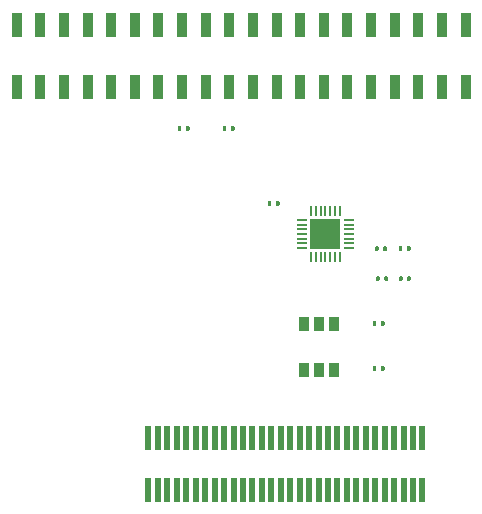
<source format=gbr>
G04 #@! TF.GenerationSoftware,KiCad,Pcbnew,5.0.2-5.fc29*
G04 #@! TF.CreationDate,2019-03-04T17:53:56+05:30*
G04 #@! TF.ProjectId,sx1509,73783135-3039-42e6-9b69-6361645f7063,v0.1*
G04 #@! TF.SameCoordinates,Original*
G04 #@! TF.FileFunction,Paste,Top*
G04 #@! TF.FilePolarity,Positive*
%FSLAX46Y46*%
G04 Gerber Fmt 4.6, Leading zero omitted, Abs format (unit mm)*
G04 Created by KiCad (PCBNEW 5.0.2-5.fc29) date Mon 04 Mar 2019 05:53:56 PM IST*
%MOMM*%
%LPD*%
G01*
G04 APERTURE LIST*
%ADD10R,0.890000X2.100000*%
%ADD11R,0.198120X0.848360*%
%ADD12R,0.848360X0.198120*%
%ADD13R,2.649220X2.649220*%
%ADD14C,0.100000*%
%ADD15C,0.318000*%
%ADD16R,0.500000X2.000000*%
%ADD17R,0.970000X1.270000*%
G04 APERTURE END LIST*
D10*
G04 #@! TO.C,P2*
X148000000Y-101350000D03*
X146000000Y-101350000D03*
X144000000Y-101350000D03*
X142000000Y-101350000D03*
X140000000Y-101350000D03*
X138000000Y-101350000D03*
X136000000Y-101350000D03*
X134000000Y-101350000D03*
X132000000Y-101350000D03*
X130000000Y-101350000D03*
X128000000Y-101350000D03*
X126000000Y-101350000D03*
X124000000Y-101350000D03*
X122000000Y-101350000D03*
X120000000Y-101350000D03*
X118000000Y-101350000D03*
X116000000Y-101350000D03*
X114000000Y-101350000D03*
X148000000Y-106650000D03*
X146000000Y-106650000D03*
X144000000Y-106650000D03*
X142000000Y-106650000D03*
X140000000Y-106650000D03*
X138000000Y-106650000D03*
X136000000Y-106650000D03*
X134000000Y-106650000D03*
X132000000Y-106650000D03*
X130000000Y-106650000D03*
X128000000Y-106650000D03*
X126000000Y-106650000D03*
X124000000Y-106650000D03*
X122000000Y-106650000D03*
X120000000Y-106650000D03*
X118000000Y-106650000D03*
X116000000Y-106650000D03*
X110000000Y-106650000D03*
X110000000Y-101350000D03*
X112000000Y-101350000D03*
X112000000Y-106650000D03*
X114000000Y-106650000D03*
G04 #@! TD*
D11*
G04 #@! TO.C,U1*
X137336880Y-117118420D03*
X136935560Y-117118420D03*
X136536780Y-117118420D03*
X136138000Y-117118420D03*
X135739220Y-117118420D03*
X135340440Y-117118420D03*
X134939120Y-117118420D03*
D12*
X134164420Y-117893120D03*
X134164420Y-118294440D03*
X134164420Y-118693220D03*
X134164420Y-119092000D03*
X134164420Y-119490780D03*
X134164420Y-119889560D03*
X134164420Y-120290880D03*
D11*
X134939120Y-121065580D03*
X135340440Y-121065580D03*
X135739220Y-121065580D03*
X136138000Y-121065580D03*
X136536780Y-121065580D03*
X136935560Y-121065580D03*
X137336880Y-121065580D03*
D12*
X138111580Y-120290880D03*
X138111580Y-119889560D03*
X138111580Y-119490780D03*
X138111580Y-119092000D03*
X138111580Y-118693220D03*
X138111580Y-118294440D03*
X138111580Y-117893120D03*
D13*
X136138000Y-119092000D03*
G04 #@! TD*
D14*
G04 #@! TO.C,C1*
G36*
X131492292Y-116330383D02*
X131500010Y-116331528D01*
X131507578Y-116333423D01*
X131514923Y-116336052D01*
X131521976Y-116339387D01*
X131528668Y-116343398D01*
X131534934Y-116348046D01*
X131540715Y-116353285D01*
X131545954Y-116359066D01*
X131550602Y-116365332D01*
X131554613Y-116372024D01*
X131557948Y-116379077D01*
X131560577Y-116386422D01*
X131562472Y-116393990D01*
X131563617Y-116401708D01*
X131564000Y-116409500D01*
X131564000Y-116610500D01*
X131563617Y-116618292D01*
X131562472Y-116626010D01*
X131560577Y-116633578D01*
X131557948Y-116640923D01*
X131554613Y-116647976D01*
X131550602Y-116654668D01*
X131545954Y-116660934D01*
X131540715Y-116666715D01*
X131534934Y-116671954D01*
X131528668Y-116676602D01*
X131521976Y-116680613D01*
X131514923Y-116683948D01*
X131507578Y-116686577D01*
X131500010Y-116688472D01*
X131492292Y-116689617D01*
X131484500Y-116690000D01*
X131325500Y-116690000D01*
X131317708Y-116689617D01*
X131309990Y-116688472D01*
X131302422Y-116686577D01*
X131295077Y-116683948D01*
X131288024Y-116680613D01*
X131281332Y-116676602D01*
X131275066Y-116671954D01*
X131269285Y-116666715D01*
X131264046Y-116660934D01*
X131259398Y-116654668D01*
X131255387Y-116647976D01*
X131252052Y-116640923D01*
X131249423Y-116633578D01*
X131247528Y-116626010D01*
X131246383Y-116618292D01*
X131246000Y-116610500D01*
X131246000Y-116409500D01*
X131246383Y-116401708D01*
X131247528Y-116393990D01*
X131249423Y-116386422D01*
X131252052Y-116379077D01*
X131255387Y-116372024D01*
X131259398Y-116365332D01*
X131264046Y-116359066D01*
X131269285Y-116353285D01*
X131275066Y-116348046D01*
X131281332Y-116343398D01*
X131288024Y-116339387D01*
X131295077Y-116336052D01*
X131302422Y-116333423D01*
X131309990Y-116331528D01*
X131317708Y-116330383D01*
X131325500Y-116330000D01*
X131484500Y-116330000D01*
X131492292Y-116330383D01*
X131492292Y-116330383D01*
G37*
D15*
X131405000Y-116510000D03*
D14*
G36*
X132182292Y-116330383D02*
X132190010Y-116331528D01*
X132197578Y-116333423D01*
X132204923Y-116336052D01*
X132211976Y-116339387D01*
X132218668Y-116343398D01*
X132224934Y-116348046D01*
X132230715Y-116353285D01*
X132235954Y-116359066D01*
X132240602Y-116365332D01*
X132244613Y-116372024D01*
X132247948Y-116379077D01*
X132250577Y-116386422D01*
X132252472Y-116393990D01*
X132253617Y-116401708D01*
X132254000Y-116409500D01*
X132254000Y-116610500D01*
X132253617Y-116618292D01*
X132252472Y-116626010D01*
X132250577Y-116633578D01*
X132247948Y-116640923D01*
X132244613Y-116647976D01*
X132240602Y-116654668D01*
X132235954Y-116660934D01*
X132230715Y-116666715D01*
X132224934Y-116671954D01*
X132218668Y-116676602D01*
X132211976Y-116680613D01*
X132204923Y-116683948D01*
X132197578Y-116686577D01*
X132190010Y-116688472D01*
X132182292Y-116689617D01*
X132174500Y-116690000D01*
X132015500Y-116690000D01*
X132007708Y-116689617D01*
X131999990Y-116688472D01*
X131992422Y-116686577D01*
X131985077Y-116683948D01*
X131978024Y-116680613D01*
X131971332Y-116676602D01*
X131965066Y-116671954D01*
X131959285Y-116666715D01*
X131954046Y-116660934D01*
X131949398Y-116654668D01*
X131945387Y-116647976D01*
X131942052Y-116640923D01*
X131939423Y-116633578D01*
X131937528Y-116626010D01*
X131936383Y-116618292D01*
X131936000Y-116610500D01*
X131936000Y-116409500D01*
X131936383Y-116401708D01*
X131937528Y-116393990D01*
X131939423Y-116386422D01*
X131942052Y-116379077D01*
X131945387Y-116372024D01*
X131949398Y-116365332D01*
X131954046Y-116359066D01*
X131959285Y-116353285D01*
X131965066Y-116348046D01*
X131971332Y-116343398D01*
X131978024Y-116339387D01*
X131985077Y-116336052D01*
X131992422Y-116333423D01*
X131999990Y-116331528D01*
X132007708Y-116330383D01*
X132015500Y-116330000D01*
X132174500Y-116330000D01*
X132182292Y-116330383D01*
X132182292Y-116330383D01*
G37*
D15*
X132095000Y-116510000D03*
G04 #@! TD*
D14*
G04 #@! TO.C,C2*
G36*
X143292292Y-122680383D02*
X143300010Y-122681528D01*
X143307578Y-122683423D01*
X143314923Y-122686052D01*
X143321976Y-122689387D01*
X143328668Y-122693398D01*
X143334934Y-122698046D01*
X143340715Y-122703285D01*
X143345954Y-122709066D01*
X143350602Y-122715332D01*
X143354613Y-122722024D01*
X143357948Y-122729077D01*
X143360577Y-122736422D01*
X143362472Y-122743990D01*
X143363617Y-122751708D01*
X143364000Y-122759500D01*
X143364000Y-122960500D01*
X143363617Y-122968292D01*
X143362472Y-122976010D01*
X143360577Y-122983578D01*
X143357948Y-122990923D01*
X143354613Y-122997976D01*
X143350602Y-123004668D01*
X143345954Y-123010934D01*
X143340715Y-123016715D01*
X143334934Y-123021954D01*
X143328668Y-123026602D01*
X143321976Y-123030613D01*
X143314923Y-123033948D01*
X143307578Y-123036577D01*
X143300010Y-123038472D01*
X143292292Y-123039617D01*
X143284500Y-123040000D01*
X143125500Y-123040000D01*
X143117708Y-123039617D01*
X143109990Y-123038472D01*
X143102422Y-123036577D01*
X143095077Y-123033948D01*
X143088024Y-123030613D01*
X143081332Y-123026602D01*
X143075066Y-123021954D01*
X143069285Y-123016715D01*
X143064046Y-123010934D01*
X143059398Y-123004668D01*
X143055387Y-122997976D01*
X143052052Y-122990923D01*
X143049423Y-122983578D01*
X143047528Y-122976010D01*
X143046383Y-122968292D01*
X143046000Y-122960500D01*
X143046000Y-122759500D01*
X143046383Y-122751708D01*
X143047528Y-122743990D01*
X143049423Y-122736422D01*
X143052052Y-122729077D01*
X143055387Y-122722024D01*
X143059398Y-122715332D01*
X143064046Y-122709066D01*
X143069285Y-122703285D01*
X143075066Y-122698046D01*
X143081332Y-122693398D01*
X143088024Y-122689387D01*
X143095077Y-122686052D01*
X143102422Y-122683423D01*
X143109990Y-122681528D01*
X143117708Y-122680383D01*
X143125500Y-122680000D01*
X143284500Y-122680000D01*
X143292292Y-122680383D01*
X143292292Y-122680383D01*
G37*
D15*
X143205000Y-122860000D03*
D14*
G36*
X142602292Y-122680383D02*
X142610010Y-122681528D01*
X142617578Y-122683423D01*
X142624923Y-122686052D01*
X142631976Y-122689387D01*
X142638668Y-122693398D01*
X142644934Y-122698046D01*
X142650715Y-122703285D01*
X142655954Y-122709066D01*
X142660602Y-122715332D01*
X142664613Y-122722024D01*
X142667948Y-122729077D01*
X142670577Y-122736422D01*
X142672472Y-122743990D01*
X142673617Y-122751708D01*
X142674000Y-122759500D01*
X142674000Y-122960500D01*
X142673617Y-122968292D01*
X142672472Y-122976010D01*
X142670577Y-122983578D01*
X142667948Y-122990923D01*
X142664613Y-122997976D01*
X142660602Y-123004668D01*
X142655954Y-123010934D01*
X142650715Y-123016715D01*
X142644934Y-123021954D01*
X142638668Y-123026602D01*
X142631976Y-123030613D01*
X142624923Y-123033948D01*
X142617578Y-123036577D01*
X142610010Y-123038472D01*
X142602292Y-123039617D01*
X142594500Y-123040000D01*
X142435500Y-123040000D01*
X142427708Y-123039617D01*
X142419990Y-123038472D01*
X142412422Y-123036577D01*
X142405077Y-123033948D01*
X142398024Y-123030613D01*
X142391332Y-123026602D01*
X142385066Y-123021954D01*
X142379285Y-123016715D01*
X142374046Y-123010934D01*
X142369398Y-123004668D01*
X142365387Y-122997976D01*
X142362052Y-122990923D01*
X142359423Y-122983578D01*
X142357528Y-122976010D01*
X142356383Y-122968292D01*
X142356000Y-122960500D01*
X142356000Y-122759500D01*
X142356383Y-122751708D01*
X142357528Y-122743990D01*
X142359423Y-122736422D01*
X142362052Y-122729077D01*
X142365387Y-122722024D01*
X142369398Y-122715332D01*
X142374046Y-122709066D01*
X142379285Y-122703285D01*
X142385066Y-122698046D01*
X142391332Y-122693398D01*
X142398024Y-122689387D01*
X142405077Y-122686052D01*
X142412422Y-122683423D01*
X142419990Y-122681528D01*
X142427708Y-122680383D01*
X142435500Y-122680000D01*
X142594500Y-122680000D01*
X142602292Y-122680383D01*
X142602292Y-122680383D01*
G37*
D15*
X142515000Y-122860000D03*
G04 #@! TD*
D14*
G04 #@! TO.C,C3*
G36*
X140667292Y-122680383D02*
X140675010Y-122681528D01*
X140682578Y-122683423D01*
X140689923Y-122686052D01*
X140696976Y-122689387D01*
X140703668Y-122693398D01*
X140709934Y-122698046D01*
X140715715Y-122703285D01*
X140720954Y-122709066D01*
X140725602Y-122715332D01*
X140729613Y-122722024D01*
X140732948Y-122729077D01*
X140735577Y-122736422D01*
X140737472Y-122743990D01*
X140738617Y-122751708D01*
X140739000Y-122759500D01*
X140739000Y-122960500D01*
X140738617Y-122968292D01*
X140737472Y-122976010D01*
X140735577Y-122983578D01*
X140732948Y-122990923D01*
X140729613Y-122997976D01*
X140725602Y-123004668D01*
X140720954Y-123010934D01*
X140715715Y-123016715D01*
X140709934Y-123021954D01*
X140703668Y-123026602D01*
X140696976Y-123030613D01*
X140689923Y-123033948D01*
X140682578Y-123036577D01*
X140675010Y-123038472D01*
X140667292Y-123039617D01*
X140659500Y-123040000D01*
X140500500Y-123040000D01*
X140492708Y-123039617D01*
X140484990Y-123038472D01*
X140477422Y-123036577D01*
X140470077Y-123033948D01*
X140463024Y-123030613D01*
X140456332Y-123026602D01*
X140450066Y-123021954D01*
X140444285Y-123016715D01*
X140439046Y-123010934D01*
X140434398Y-123004668D01*
X140430387Y-122997976D01*
X140427052Y-122990923D01*
X140424423Y-122983578D01*
X140422528Y-122976010D01*
X140421383Y-122968292D01*
X140421000Y-122960500D01*
X140421000Y-122759500D01*
X140421383Y-122751708D01*
X140422528Y-122743990D01*
X140424423Y-122736422D01*
X140427052Y-122729077D01*
X140430387Y-122722024D01*
X140434398Y-122715332D01*
X140439046Y-122709066D01*
X140444285Y-122703285D01*
X140450066Y-122698046D01*
X140456332Y-122693398D01*
X140463024Y-122689387D01*
X140470077Y-122686052D01*
X140477422Y-122683423D01*
X140484990Y-122681528D01*
X140492708Y-122680383D01*
X140500500Y-122680000D01*
X140659500Y-122680000D01*
X140667292Y-122680383D01*
X140667292Y-122680383D01*
G37*
D15*
X140580000Y-122860000D03*
D14*
G36*
X141357292Y-122680383D02*
X141365010Y-122681528D01*
X141372578Y-122683423D01*
X141379923Y-122686052D01*
X141386976Y-122689387D01*
X141393668Y-122693398D01*
X141399934Y-122698046D01*
X141405715Y-122703285D01*
X141410954Y-122709066D01*
X141415602Y-122715332D01*
X141419613Y-122722024D01*
X141422948Y-122729077D01*
X141425577Y-122736422D01*
X141427472Y-122743990D01*
X141428617Y-122751708D01*
X141429000Y-122759500D01*
X141429000Y-122960500D01*
X141428617Y-122968292D01*
X141427472Y-122976010D01*
X141425577Y-122983578D01*
X141422948Y-122990923D01*
X141419613Y-122997976D01*
X141415602Y-123004668D01*
X141410954Y-123010934D01*
X141405715Y-123016715D01*
X141399934Y-123021954D01*
X141393668Y-123026602D01*
X141386976Y-123030613D01*
X141379923Y-123033948D01*
X141372578Y-123036577D01*
X141365010Y-123038472D01*
X141357292Y-123039617D01*
X141349500Y-123040000D01*
X141190500Y-123040000D01*
X141182708Y-123039617D01*
X141174990Y-123038472D01*
X141167422Y-123036577D01*
X141160077Y-123033948D01*
X141153024Y-123030613D01*
X141146332Y-123026602D01*
X141140066Y-123021954D01*
X141134285Y-123016715D01*
X141129046Y-123010934D01*
X141124398Y-123004668D01*
X141120387Y-122997976D01*
X141117052Y-122990923D01*
X141114423Y-122983578D01*
X141112528Y-122976010D01*
X141111383Y-122968292D01*
X141111000Y-122960500D01*
X141111000Y-122759500D01*
X141111383Y-122751708D01*
X141112528Y-122743990D01*
X141114423Y-122736422D01*
X141117052Y-122729077D01*
X141120387Y-122722024D01*
X141124398Y-122715332D01*
X141129046Y-122709066D01*
X141134285Y-122703285D01*
X141140066Y-122698046D01*
X141146332Y-122693398D01*
X141153024Y-122689387D01*
X141160077Y-122686052D01*
X141167422Y-122683423D01*
X141174990Y-122681528D01*
X141182708Y-122680383D01*
X141190500Y-122680000D01*
X141349500Y-122680000D01*
X141357292Y-122680383D01*
X141357292Y-122680383D01*
G37*
D15*
X141270000Y-122860000D03*
G04 #@! TD*
D14*
G04 #@! TO.C,R1*
G36*
X142577292Y-120140383D02*
X142585010Y-120141528D01*
X142592578Y-120143423D01*
X142599923Y-120146052D01*
X142606976Y-120149387D01*
X142613668Y-120153398D01*
X142619934Y-120158046D01*
X142625715Y-120163285D01*
X142630954Y-120169066D01*
X142635602Y-120175332D01*
X142639613Y-120182024D01*
X142642948Y-120189077D01*
X142645577Y-120196422D01*
X142647472Y-120203990D01*
X142648617Y-120211708D01*
X142649000Y-120219500D01*
X142649000Y-120420500D01*
X142648617Y-120428292D01*
X142647472Y-120436010D01*
X142645577Y-120443578D01*
X142642948Y-120450923D01*
X142639613Y-120457976D01*
X142635602Y-120464668D01*
X142630954Y-120470934D01*
X142625715Y-120476715D01*
X142619934Y-120481954D01*
X142613668Y-120486602D01*
X142606976Y-120490613D01*
X142599923Y-120493948D01*
X142592578Y-120496577D01*
X142585010Y-120498472D01*
X142577292Y-120499617D01*
X142569500Y-120500000D01*
X142410500Y-120500000D01*
X142402708Y-120499617D01*
X142394990Y-120498472D01*
X142387422Y-120496577D01*
X142380077Y-120493948D01*
X142373024Y-120490613D01*
X142366332Y-120486602D01*
X142360066Y-120481954D01*
X142354285Y-120476715D01*
X142349046Y-120470934D01*
X142344398Y-120464668D01*
X142340387Y-120457976D01*
X142337052Y-120450923D01*
X142334423Y-120443578D01*
X142332528Y-120436010D01*
X142331383Y-120428292D01*
X142331000Y-120420500D01*
X142331000Y-120219500D01*
X142331383Y-120211708D01*
X142332528Y-120203990D01*
X142334423Y-120196422D01*
X142337052Y-120189077D01*
X142340387Y-120182024D01*
X142344398Y-120175332D01*
X142349046Y-120169066D01*
X142354285Y-120163285D01*
X142360066Y-120158046D01*
X142366332Y-120153398D01*
X142373024Y-120149387D01*
X142380077Y-120146052D01*
X142387422Y-120143423D01*
X142394990Y-120141528D01*
X142402708Y-120140383D01*
X142410500Y-120140000D01*
X142569500Y-120140000D01*
X142577292Y-120140383D01*
X142577292Y-120140383D01*
G37*
D15*
X142490000Y-120320000D03*
D14*
G36*
X143267292Y-120140383D02*
X143275010Y-120141528D01*
X143282578Y-120143423D01*
X143289923Y-120146052D01*
X143296976Y-120149387D01*
X143303668Y-120153398D01*
X143309934Y-120158046D01*
X143315715Y-120163285D01*
X143320954Y-120169066D01*
X143325602Y-120175332D01*
X143329613Y-120182024D01*
X143332948Y-120189077D01*
X143335577Y-120196422D01*
X143337472Y-120203990D01*
X143338617Y-120211708D01*
X143339000Y-120219500D01*
X143339000Y-120420500D01*
X143338617Y-120428292D01*
X143337472Y-120436010D01*
X143335577Y-120443578D01*
X143332948Y-120450923D01*
X143329613Y-120457976D01*
X143325602Y-120464668D01*
X143320954Y-120470934D01*
X143315715Y-120476715D01*
X143309934Y-120481954D01*
X143303668Y-120486602D01*
X143296976Y-120490613D01*
X143289923Y-120493948D01*
X143282578Y-120496577D01*
X143275010Y-120498472D01*
X143267292Y-120499617D01*
X143259500Y-120500000D01*
X143100500Y-120500000D01*
X143092708Y-120499617D01*
X143084990Y-120498472D01*
X143077422Y-120496577D01*
X143070077Y-120493948D01*
X143063024Y-120490613D01*
X143056332Y-120486602D01*
X143050066Y-120481954D01*
X143044285Y-120476715D01*
X143039046Y-120470934D01*
X143034398Y-120464668D01*
X143030387Y-120457976D01*
X143027052Y-120450923D01*
X143024423Y-120443578D01*
X143022528Y-120436010D01*
X143021383Y-120428292D01*
X143021000Y-120420500D01*
X143021000Y-120219500D01*
X143021383Y-120211708D01*
X143022528Y-120203990D01*
X143024423Y-120196422D01*
X143027052Y-120189077D01*
X143030387Y-120182024D01*
X143034398Y-120175332D01*
X143039046Y-120169066D01*
X143044285Y-120163285D01*
X143050066Y-120158046D01*
X143056332Y-120153398D01*
X143063024Y-120149387D01*
X143070077Y-120146052D01*
X143077422Y-120143423D01*
X143084990Y-120141528D01*
X143092708Y-120140383D01*
X143100500Y-120140000D01*
X143259500Y-120140000D01*
X143267292Y-120140383D01*
X143267292Y-120140383D01*
G37*
D15*
X143180000Y-120320000D03*
G04 #@! TD*
D14*
G04 #@! TO.C,R2*
G36*
X141267292Y-120140383D02*
X141275010Y-120141528D01*
X141282578Y-120143423D01*
X141289923Y-120146052D01*
X141296976Y-120149387D01*
X141303668Y-120153398D01*
X141309934Y-120158046D01*
X141315715Y-120163285D01*
X141320954Y-120169066D01*
X141325602Y-120175332D01*
X141329613Y-120182024D01*
X141332948Y-120189077D01*
X141335577Y-120196422D01*
X141337472Y-120203990D01*
X141338617Y-120211708D01*
X141339000Y-120219500D01*
X141339000Y-120420500D01*
X141338617Y-120428292D01*
X141337472Y-120436010D01*
X141335577Y-120443578D01*
X141332948Y-120450923D01*
X141329613Y-120457976D01*
X141325602Y-120464668D01*
X141320954Y-120470934D01*
X141315715Y-120476715D01*
X141309934Y-120481954D01*
X141303668Y-120486602D01*
X141296976Y-120490613D01*
X141289923Y-120493948D01*
X141282578Y-120496577D01*
X141275010Y-120498472D01*
X141267292Y-120499617D01*
X141259500Y-120500000D01*
X141100500Y-120500000D01*
X141092708Y-120499617D01*
X141084990Y-120498472D01*
X141077422Y-120496577D01*
X141070077Y-120493948D01*
X141063024Y-120490613D01*
X141056332Y-120486602D01*
X141050066Y-120481954D01*
X141044285Y-120476715D01*
X141039046Y-120470934D01*
X141034398Y-120464668D01*
X141030387Y-120457976D01*
X141027052Y-120450923D01*
X141024423Y-120443578D01*
X141022528Y-120436010D01*
X141021383Y-120428292D01*
X141021000Y-120420500D01*
X141021000Y-120219500D01*
X141021383Y-120211708D01*
X141022528Y-120203990D01*
X141024423Y-120196422D01*
X141027052Y-120189077D01*
X141030387Y-120182024D01*
X141034398Y-120175332D01*
X141039046Y-120169066D01*
X141044285Y-120163285D01*
X141050066Y-120158046D01*
X141056332Y-120153398D01*
X141063024Y-120149387D01*
X141070077Y-120146052D01*
X141077422Y-120143423D01*
X141084990Y-120141528D01*
X141092708Y-120140383D01*
X141100500Y-120140000D01*
X141259500Y-120140000D01*
X141267292Y-120140383D01*
X141267292Y-120140383D01*
G37*
D15*
X141180000Y-120320000D03*
D14*
G36*
X140577292Y-120140383D02*
X140585010Y-120141528D01*
X140592578Y-120143423D01*
X140599923Y-120146052D01*
X140606976Y-120149387D01*
X140613668Y-120153398D01*
X140619934Y-120158046D01*
X140625715Y-120163285D01*
X140630954Y-120169066D01*
X140635602Y-120175332D01*
X140639613Y-120182024D01*
X140642948Y-120189077D01*
X140645577Y-120196422D01*
X140647472Y-120203990D01*
X140648617Y-120211708D01*
X140649000Y-120219500D01*
X140649000Y-120420500D01*
X140648617Y-120428292D01*
X140647472Y-120436010D01*
X140645577Y-120443578D01*
X140642948Y-120450923D01*
X140639613Y-120457976D01*
X140635602Y-120464668D01*
X140630954Y-120470934D01*
X140625715Y-120476715D01*
X140619934Y-120481954D01*
X140613668Y-120486602D01*
X140606976Y-120490613D01*
X140599923Y-120493948D01*
X140592578Y-120496577D01*
X140585010Y-120498472D01*
X140577292Y-120499617D01*
X140569500Y-120500000D01*
X140410500Y-120500000D01*
X140402708Y-120499617D01*
X140394990Y-120498472D01*
X140387422Y-120496577D01*
X140380077Y-120493948D01*
X140373024Y-120490613D01*
X140366332Y-120486602D01*
X140360066Y-120481954D01*
X140354285Y-120476715D01*
X140349046Y-120470934D01*
X140344398Y-120464668D01*
X140340387Y-120457976D01*
X140337052Y-120450923D01*
X140334423Y-120443578D01*
X140332528Y-120436010D01*
X140331383Y-120428292D01*
X140331000Y-120420500D01*
X140331000Y-120219500D01*
X140331383Y-120211708D01*
X140332528Y-120203990D01*
X140334423Y-120196422D01*
X140337052Y-120189077D01*
X140340387Y-120182024D01*
X140344398Y-120175332D01*
X140349046Y-120169066D01*
X140354285Y-120163285D01*
X140360066Y-120158046D01*
X140366332Y-120153398D01*
X140373024Y-120149387D01*
X140380077Y-120146052D01*
X140387422Y-120143423D01*
X140394990Y-120141528D01*
X140402708Y-120140383D01*
X140410500Y-120140000D01*
X140569500Y-120140000D01*
X140577292Y-120140383D01*
X140577292Y-120140383D01*
G37*
D15*
X140490000Y-120320000D03*
G04 #@! TD*
D14*
G04 #@! TO.C,R3*
G36*
X141072292Y-130300383D02*
X141080010Y-130301528D01*
X141087578Y-130303423D01*
X141094923Y-130306052D01*
X141101976Y-130309387D01*
X141108668Y-130313398D01*
X141114934Y-130318046D01*
X141120715Y-130323285D01*
X141125954Y-130329066D01*
X141130602Y-130335332D01*
X141134613Y-130342024D01*
X141137948Y-130349077D01*
X141140577Y-130356422D01*
X141142472Y-130363990D01*
X141143617Y-130371708D01*
X141144000Y-130379500D01*
X141144000Y-130580500D01*
X141143617Y-130588292D01*
X141142472Y-130596010D01*
X141140577Y-130603578D01*
X141137948Y-130610923D01*
X141134613Y-130617976D01*
X141130602Y-130624668D01*
X141125954Y-130630934D01*
X141120715Y-130636715D01*
X141114934Y-130641954D01*
X141108668Y-130646602D01*
X141101976Y-130650613D01*
X141094923Y-130653948D01*
X141087578Y-130656577D01*
X141080010Y-130658472D01*
X141072292Y-130659617D01*
X141064500Y-130660000D01*
X140905500Y-130660000D01*
X140897708Y-130659617D01*
X140889990Y-130658472D01*
X140882422Y-130656577D01*
X140875077Y-130653948D01*
X140868024Y-130650613D01*
X140861332Y-130646602D01*
X140855066Y-130641954D01*
X140849285Y-130636715D01*
X140844046Y-130630934D01*
X140839398Y-130624668D01*
X140835387Y-130617976D01*
X140832052Y-130610923D01*
X140829423Y-130603578D01*
X140827528Y-130596010D01*
X140826383Y-130588292D01*
X140826000Y-130580500D01*
X140826000Y-130379500D01*
X140826383Y-130371708D01*
X140827528Y-130363990D01*
X140829423Y-130356422D01*
X140832052Y-130349077D01*
X140835387Y-130342024D01*
X140839398Y-130335332D01*
X140844046Y-130329066D01*
X140849285Y-130323285D01*
X140855066Y-130318046D01*
X140861332Y-130313398D01*
X140868024Y-130309387D01*
X140875077Y-130306052D01*
X140882422Y-130303423D01*
X140889990Y-130301528D01*
X140897708Y-130300383D01*
X140905500Y-130300000D01*
X141064500Y-130300000D01*
X141072292Y-130300383D01*
X141072292Y-130300383D01*
G37*
D15*
X140985000Y-130480000D03*
D14*
G36*
X140382292Y-130300383D02*
X140390010Y-130301528D01*
X140397578Y-130303423D01*
X140404923Y-130306052D01*
X140411976Y-130309387D01*
X140418668Y-130313398D01*
X140424934Y-130318046D01*
X140430715Y-130323285D01*
X140435954Y-130329066D01*
X140440602Y-130335332D01*
X140444613Y-130342024D01*
X140447948Y-130349077D01*
X140450577Y-130356422D01*
X140452472Y-130363990D01*
X140453617Y-130371708D01*
X140454000Y-130379500D01*
X140454000Y-130580500D01*
X140453617Y-130588292D01*
X140452472Y-130596010D01*
X140450577Y-130603578D01*
X140447948Y-130610923D01*
X140444613Y-130617976D01*
X140440602Y-130624668D01*
X140435954Y-130630934D01*
X140430715Y-130636715D01*
X140424934Y-130641954D01*
X140418668Y-130646602D01*
X140411976Y-130650613D01*
X140404923Y-130653948D01*
X140397578Y-130656577D01*
X140390010Y-130658472D01*
X140382292Y-130659617D01*
X140374500Y-130660000D01*
X140215500Y-130660000D01*
X140207708Y-130659617D01*
X140199990Y-130658472D01*
X140192422Y-130656577D01*
X140185077Y-130653948D01*
X140178024Y-130650613D01*
X140171332Y-130646602D01*
X140165066Y-130641954D01*
X140159285Y-130636715D01*
X140154046Y-130630934D01*
X140149398Y-130624668D01*
X140145387Y-130617976D01*
X140142052Y-130610923D01*
X140139423Y-130603578D01*
X140137528Y-130596010D01*
X140136383Y-130588292D01*
X140136000Y-130580500D01*
X140136000Y-130379500D01*
X140136383Y-130371708D01*
X140137528Y-130363990D01*
X140139423Y-130356422D01*
X140142052Y-130349077D01*
X140145387Y-130342024D01*
X140149398Y-130335332D01*
X140154046Y-130329066D01*
X140159285Y-130323285D01*
X140165066Y-130318046D01*
X140171332Y-130313398D01*
X140178024Y-130309387D01*
X140185077Y-130306052D01*
X140192422Y-130303423D01*
X140199990Y-130301528D01*
X140207708Y-130300383D01*
X140215500Y-130300000D01*
X140374500Y-130300000D01*
X140382292Y-130300383D01*
X140382292Y-130300383D01*
G37*
D15*
X140295000Y-130480000D03*
G04 #@! TD*
D14*
G04 #@! TO.C,R4*
G36*
X140382292Y-126490383D02*
X140390010Y-126491528D01*
X140397578Y-126493423D01*
X140404923Y-126496052D01*
X140411976Y-126499387D01*
X140418668Y-126503398D01*
X140424934Y-126508046D01*
X140430715Y-126513285D01*
X140435954Y-126519066D01*
X140440602Y-126525332D01*
X140444613Y-126532024D01*
X140447948Y-126539077D01*
X140450577Y-126546422D01*
X140452472Y-126553990D01*
X140453617Y-126561708D01*
X140454000Y-126569500D01*
X140454000Y-126770500D01*
X140453617Y-126778292D01*
X140452472Y-126786010D01*
X140450577Y-126793578D01*
X140447948Y-126800923D01*
X140444613Y-126807976D01*
X140440602Y-126814668D01*
X140435954Y-126820934D01*
X140430715Y-126826715D01*
X140424934Y-126831954D01*
X140418668Y-126836602D01*
X140411976Y-126840613D01*
X140404923Y-126843948D01*
X140397578Y-126846577D01*
X140390010Y-126848472D01*
X140382292Y-126849617D01*
X140374500Y-126850000D01*
X140215500Y-126850000D01*
X140207708Y-126849617D01*
X140199990Y-126848472D01*
X140192422Y-126846577D01*
X140185077Y-126843948D01*
X140178024Y-126840613D01*
X140171332Y-126836602D01*
X140165066Y-126831954D01*
X140159285Y-126826715D01*
X140154046Y-126820934D01*
X140149398Y-126814668D01*
X140145387Y-126807976D01*
X140142052Y-126800923D01*
X140139423Y-126793578D01*
X140137528Y-126786010D01*
X140136383Y-126778292D01*
X140136000Y-126770500D01*
X140136000Y-126569500D01*
X140136383Y-126561708D01*
X140137528Y-126553990D01*
X140139423Y-126546422D01*
X140142052Y-126539077D01*
X140145387Y-126532024D01*
X140149398Y-126525332D01*
X140154046Y-126519066D01*
X140159285Y-126513285D01*
X140165066Y-126508046D01*
X140171332Y-126503398D01*
X140178024Y-126499387D01*
X140185077Y-126496052D01*
X140192422Y-126493423D01*
X140199990Y-126491528D01*
X140207708Y-126490383D01*
X140215500Y-126490000D01*
X140374500Y-126490000D01*
X140382292Y-126490383D01*
X140382292Y-126490383D01*
G37*
D15*
X140295000Y-126670000D03*
D14*
G36*
X141072292Y-126490383D02*
X141080010Y-126491528D01*
X141087578Y-126493423D01*
X141094923Y-126496052D01*
X141101976Y-126499387D01*
X141108668Y-126503398D01*
X141114934Y-126508046D01*
X141120715Y-126513285D01*
X141125954Y-126519066D01*
X141130602Y-126525332D01*
X141134613Y-126532024D01*
X141137948Y-126539077D01*
X141140577Y-126546422D01*
X141142472Y-126553990D01*
X141143617Y-126561708D01*
X141144000Y-126569500D01*
X141144000Y-126770500D01*
X141143617Y-126778292D01*
X141142472Y-126786010D01*
X141140577Y-126793578D01*
X141137948Y-126800923D01*
X141134613Y-126807976D01*
X141130602Y-126814668D01*
X141125954Y-126820934D01*
X141120715Y-126826715D01*
X141114934Y-126831954D01*
X141108668Y-126836602D01*
X141101976Y-126840613D01*
X141094923Y-126843948D01*
X141087578Y-126846577D01*
X141080010Y-126848472D01*
X141072292Y-126849617D01*
X141064500Y-126850000D01*
X140905500Y-126850000D01*
X140897708Y-126849617D01*
X140889990Y-126848472D01*
X140882422Y-126846577D01*
X140875077Y-126843948D01*
X140868024Y-126840613D01*
X140861332Y-126836602D01*
X140855066Y-126831954D01*
X140849285Y-126826715D01*
X140844046Y-126820934D01*
X140839398Y-126814668D01*
X140835387Y-126807976D01*
X140832052Y-126800923D01*
X140829423Y-126793578D01*
X140827528Y-126786010D01*
X140826383Y-126778292D01*
X140826000Y-126770500D01*
X140826000Y-126569500D01*
X140826383Y-126561708D01*
X140827528Y-126553990D01*
X140829423Y-126546422D01*
X140832052Y-126539077D01*
X140835387Y-126532024D01*
X140839398Y-126525332D01*
X140844046Y-126519066D01*
X140849285Y-126513285D01*
X140855066Y-126508046D01*
X140861332Y-126503398D01*
X140868024Y-126499387D01*
X140875077Y-126496052D01*
X140882422Y-126493423D01*
X140889990Y-126491528D01*
X140897708Y-126490383D01*
X140905500Y-126490000D01*
X141064500Y-126490000D01*
X141072292Y-126490383D01*
X141072292Y-126490383D01*
G37*
D15*
X140985000Y-126670000D03*
G04 #@! TD*
D14*
G04 #@! TO.C,R5*
G36*
X127682292Y-109980383D02*
X127690010Y-109981528D01*
X127697578Y-109983423D01*
X127704923Y-109986052D01*
X127711976Y-109989387D01*
X127718668Y-109993398D01*
X127724934Y-109998046D01*
X127730715Y-110003285D01*
X127735954Y-110009066D01*
X127740602Y-110015332D01*
X127744613Y-110022024D01*
X127747948Y-110029077D01*
X127750577Y-110036422D01*
X127752472Y-110043990D01*
X127753617Y-110051708D01*
X127754000Y-110059500D01*
X127754000Y-110260500D01*
X127753617Y-110268292D01*
X127752472Y-110276010D01*
X127750577Y-110283578D01*
X127747948Y-110290923D01*
X127744613Y-110297976D01*
X127740602Y-110304668D01*
X127735954Y-110310934D01*
X127730715Y-110316715D01*
X127724934Y-110321954D01*
X127718668Y-110326602D01*
X127711976Y-110330613D01*
X127704923Y-110333948D01*
X127697578Y-110336577D01*
X127690010Y-110338472D01*
X127682292Y-110339617D01*
X127674500Y-110340000D01*
X127515500Y-110340000D01*
X127507708Y-110339617D01*
X127499990Y-110338472D01*
X127492422Y-110336577D01*
X127485077Y-110333948D01*
X127478024Y-110330613D01*
X127471332Y-110326602D01*
X127465066Y-110321954D01*
X127459285Y-110316715D01*
X127454046Y-110310934D01*
X127449398Y-110304668D01*
X127445387Y-110297976D01*
X127442052Y-110290923D01*
X127439423Y-110283578D01*
X127437528Y-110276010D01*
X127436383Y-110268292D01*
X127436000Y-110260500D01*
X127436000Y-110059500D01*
X127436383Y-110051708D01*
X127437528Y-110043990D01*
X127439423Y-110036422D01*
X127442052Y-110029077D01*
X127445387Y-110022024D01*
X127449398Y-110015332D01*
X127454046Y-110009066D01*
X127459285Y-110003285D01*
X127465066Y-109998046D01*
X127471332Y-109993398D01*
X127478024Y-109989387D01*
X127485077Y-109986052D01*
X127492422Y-109983423D01*
X127499990Y-109981528D01*
X127507708Y-109980383D01*
X127515500Y-109980000D01*
X127674500Y-109980000D01*
X127682292Y-109980383D01*
X127682292Y-109980383D01*
G37*
D15*
X127595000Y-110160000D03*
D14*
G36*
X128372292Y-109980383D02*
X128380010Y-109981528D01*
X128387578Y-109983423D01*
X128394923Y-109986052D01*
X128401976Y-109989387D01*
X128408668Y-109993398D01*
X128414934Y-109998046D01*
X128420715Y-110003285D01*
X128425954Y-110009066D01*
X128430602Y-110015332D01*
X128434613Y-110022024D01*
X128437948Y-110029077D01*
X128440577Y-110036422D01*
X128442472Y-110043990D01*
X128443617Y-110051708D01*
X128444000Y-110059500D01*
X128444000Y-110260500D01*
X128443617Y-110268292D01*
X128442472Y-110276010D01*
X128440577Y-110283578D01*
X128437948Y-110290923D01*
X128434613Y-110297976D01*
X128430602Y-110304668D01*
X128425954Y-110310934D01*
X128420715Y-110316715D01*
X128414934Y-110321954D01*
X128408668Y-110326602D01*
X128401976Y-110330613D01*
X128394923Y-110333948D01*
X128387578Y-110336577D01*
X128380010Y-110338472D01*
X128372292Y-110339617D01*
X128364500Y-110340000D01*
X128205500Y-110340000D01*
X128197708Y-110339617D01*
X128189990Y-110338472D01*
X128182422Y-110336577D01*
X128175077Y-110333948D01*
X128168024Y-110330613D01*
X128161332Y-110326602D01*
X128155066Y-110321954D01*
X128149285Y-110316715D01*
X128144046Y-110310934D01*
X128139398Y-110304668D01*
X128135387Y-110297976D01*
X128132052Y-110290923D01*
X128129423Y-110283578D01*
X128127528Y-110276010D01*
X128126383Y-110268292D01*
X128126000Y-110260500D01*
X128126000Y-110059500D01*
X128126383Y-110051708D01*
X128127528Y-110043990D01*
X128129423Y-110036422D01*
X128132052Y-110029077D01*
X128135387Y-110022024D01*
X128139398Y-110015332D01*
X128144046Y-110009066D01*
X128149285Y-110003285D01*
X128155066Y-109998046D01*
X128161332Y-109993398D01*
X128168024Y-109989387D01*
X128175077Y-109986052D01*
X128182422Y-109983423D01*
X128189990Y-109981528D01*
X128197708Y-109980383D01*
X128205500Y-109980000D01*
X128364500Y-109980000D01*
X128372292Y-109980383D01*
X128372292Y-109980383D01*
G37*
D15*
X128285000Y-110160000D03*
G04 #@! TD*
D14*
G04 #@! TO.C,R6*
G36*
X124562292Y-109980383D02*
X124570010Y-109981528D01*
X124577578Y-109983423D01*
X124584923Y-109986052D01*
X124591976Y-109989387D01*
X124598668Y-109993398D01*
X124604934Y-109998046D01*
X124610715Y-110003285D01*
X124615954Y-110009066D01*
X124620602Y-110015332D01*
X124624613Y-110022024D01*
X124627948Y-110029077D01*
X124630577Y-110036422D01*
X124632472Y-110043990D01*
X124633617Y-110051708D01*
X124634000Y-110059500D01*
X124634000Y-110260500D01*
X124633617Y-110268292D01*
X124632472Y-110276010D01*
X124630577Y-110283578D01*
X124627948Y-110290923D01*
X124624613Y-110297976D01*
X124620602Y-110304668D01*
X124615954Y-110310934D01*
X124610715Y-110316715D01*
X124604934Y-110321954D01*
X124598668Y-110326602D01*
X124591976Y-110330613D01*
X124584923Y-110333948D01*
X124577578Y-110336577D01*
X124570010Y-110338472D01*
X124562292Y-110339617D01*
X124554500Y-110340000D01*
X124395500Y-110340000D01*
X124387708Y-110339617D01*
X124379990Y-110338472D01*
X124372422Y-110336577D01*
X124365077Y-110333948D01*
X124358024Y-110330613D01*
X124351332Y-110326602D01*
X124345066Y-110321954D01*
X124339285Y-110316715D01*
X124334046Y-110310934D01*
X124329398Y-110304668D01*
X124325387Y-110297976D01*
X124322052Y-110290923D01*
X124319423Y-110283578D01*
X124317528Y-110276010D01*
X124316383Y-110268292D01*
X124316000Y-110260500D01*
X124316000Y-110059500D01*
X124316383Y-110051708D01*
X124317528Y-110043990D01*
X124319423Y-110036422D01*
X124322052Y-110029077D01*
X124325387Y-110022024D01*
X124329398Y-110015332D01*
X124334046Y-110009066D01*
X124339285Y-110003285D01*
X124345066Y-109998046D01*
X124351332Y-109993398D01*
X124358024Y-109989387D01*
X124365077Y-109986052D01*
X124372422Y-109983423D01*
X124379990Y-109981528D01*
X124387708Y-109980383D01*
X124395500Y-109980000D01*
X124554500Y-109980000D01*
X124562292Y-109980383D01*
X124562292Y-109980383D01*
G37*
D15*
X124475000Y-110160000D03*
D14*
G36*
X123872292Y-109980383D02*
X123880010Y-109981528D01*
X123887578Y-109983423D01*
X123894923Y-109986052D01*
X123901976Y-109989387D01*
X123908668Y-109993398D01*
X123914934Y-109998046D01*
X123920715Y-110003285D01*
X123925954Y-110009066D01*
X123930602Y-110015332D01*
X123934613Y-110022024D01*
X123937948Y-110029077D01*
X123940577Y-110036422D01*
X123942472Y-110043990D01*
X123943617Y-110051708D01*
X123944000Y-110059500D01*
X123944000Y-110260500D01*
X123943617Y-110268292D01*
X123942472Y-110276010D01*
X123940577Y-110283578D01*
X123937948Y-110290923D01*
X123934613Y-110297976D01*
X123930602Y-110304668D01*
X123925954Y-110310934D01*
X123920715Y-110316715D01*
X123914934Y-110321954D01*
X123908668Y-110326602D01*
X123901976Y-110330613D01*
X123894923Y-110333948D01*
X123887578Y-110336577D01*
X123880010Y-110338472D01*
X123872292Y-110339617D01*
X123864500Y-110340000D01*
X123705500Y-110340000D01*
X123697708Y-110339617D01*
X123689990Y-110338472D01*
X123682422Y-110336577D01*
X123675077Y-110333948D01*
X123668024Y-110330613D01*
X123661332Y-110326602D01*
X123655066Y-110321954D01*
X123649285Y-110316715D01*
X123644046Y-110310934D01*
X123639398Y-110304668D01*
X123635387Y-110297976D01*
X123632052Y-110290923D01*
X123629423Y-110283578D01*
X123627528Y-110276010D01*
X123626383Y-110268292D01*
X123626000Y-110260500D01*
X123626000Y-110059500D01*
X123626383Y-110051708D01*
X123627528Y-110043990D01*
X123629423Y-110036422D01*
X123632052Y-110029077D01*
X123635387Y-110022024D01*
X123639398Y-110015332D01*
X123644046Y-110009066D01*
X123649285Y-110003285D01*
X123655066Y-109998046D01*
X123661332Y-109993398D01*
X123668024Y-109989387D01*
X123675077Y-109986052D01*
X123682422Y-109983423D01*
X123689990Y-109981528D01*
X123697708Y-109980383D01*
X123705500Y-109980000D01*
X123864500Y-109980000D01*
X123872292Y-109980383D01*
X123872292Y-109980383D01*
G37*
D15*
X123785000Y-110160000D03*
G04 #@! TD*
D16*
G04 #@! TO.C,J5*
X131553000Y-136357000D03*
X131553000Y-140757000D03*
X132353000Y-140757000D03*
X132353000Y-136357000D03*
X130753000Y-136357000D03*
X130753000Y-140757000D03*
X129953000Y-140757000D03*
X129953000Y-136357000D03*
X129153000Y-140757000D03*
X129153000Y-136357000D03*
X128353000Y-136357000D03*
X128353000Y-140757000D03*
X127553000Y-136357000D03*
X127553000Y-140757000D03*
X126753000Y-140757000D03*
X126753000Y-136357000D03*
X125953000Y-140757000D03*
X125953000Y-136357000D03*
X125153000Y-140757000D03*
X125153000Y-136357000D03*
X124353000Y-140757000D03*
X124353000Y-136357000D03*
X123553000Y-136357000D03*
X123553000Y-140757000D03*
X122753000Y-136357000D03*
X122753000Y-140757000D03*
X121953000Y-136357000D03*
X121953000Y-140757000D03*
X121153000Y-140757000D03*
X121153000Y-136357000D03*
X139553000Y-136357000D03*
X144353000Y-136357000D03*
X134753000Y-140757000D03*
X140353000Y-140757000D03*
X142753000Y-140757000D03*
X144353000Y-140757000D03*
X141153000Y-140757000D03*
X140353000Y-136357000D03*
X138753000Y-136357000D03*
X138753000Y-140757000D03*
X142753000Y-136357000D03*
X143553000Y-140757000D03*
X133153000Y-136357000D03*
X135553000Y-140757000D03*
X134753000Y-136357000D03*
X141953000Y-136357000D03*
X135553000Y-136357000D03*
X137153000Y-136357000D03*
X141153000Y-136357000D03*
X133953000Y-136357000D03*
X139553000Y-140757000D03*
X136353000Y-140757000D03*
X137153000Y-140757000D03*
X133153000Y-140757000D03*
X136353000Y-136357000D03*
X137953000Y-136357000D03*
X137953000Y-140757000D03*
X133953000Y-140757000D03*
X141953000Y-140757000D03*
X143553000Y-136357000D03*
G04 #@! TD*
D17*
G04 #@! TO.C,JP1*
X134328000Y-126683000D03*
X135598000Y-126683000D03*
X136868000Y-126683000D03*
G04 #@! TD*
G04 #@! TO.C,JP2*
X136855000Y-130594000D03*
X135585000Y-130594000D03*
X134315000Y-130594000D03*
G04 #@! TD*
M02*

</source>
